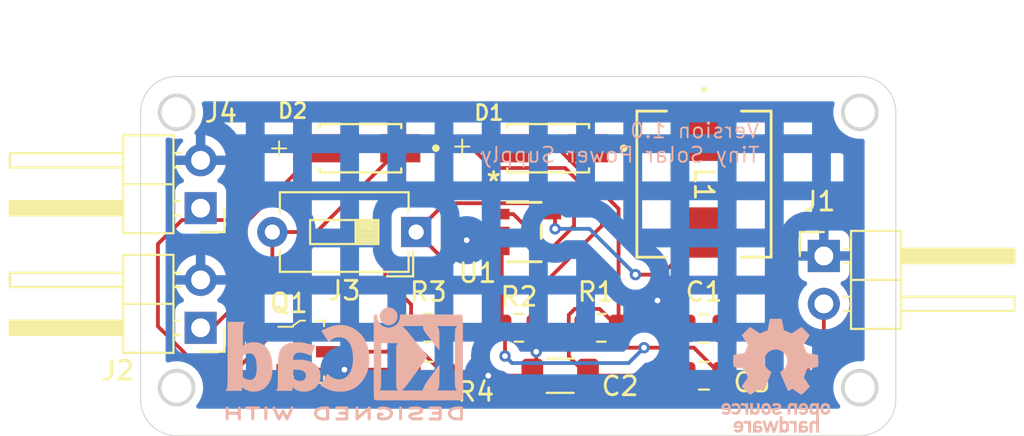
<source format=kicad_pcb>
(kicad_pcb (version 20240108) (generator "pcbnew") (generator_version "8.0")
  (layers (0 "F.Cu" signal) (31 "B.Cu" signal) (34 "B.Paste" user) (35 "F.Paste" user) (36 "B.SilkS" user "B.Silkscreen") (37 "F.SilkS" user "F.Silkscreen") (38 "B.Mask" user) (39 "F.Mask" user) (44 "Edge.Cuts" user))
  (net 0 "")
  (net 1 "Net-(J3-Pin_1)")
  (net 2 "GNDD")
  (net 3 "/OUT_P")
  (net 4 "Net-(U1-FB)")
  (net 5 "Net-(U1-SW)")
  (net 6 "/BAT_P")
  (net 7 "/SOLAR_P")
  (net 8 "Net-(Q1-D)")
  (footprint "Resistor_SMD:R_0805_2012Metric" (layer "F.Cu") (at 72.39 103.505 180)
    (property "Reference" "R3" (at 0 1.905 360) (layer "F.SilkS"))
    (property "Value" "10K")
    (pad "1" smd roundrect (at -0.9125 0 180) (size 1.025 1.4) (layers "F.Cu" "F.Paste" "F.Mask") (roundrect_rratio 0.243902) (net 1 "Net-(J3-Pin_1)"))
    (pad "2" smd roundrect (at 0.9125 0 180) (size 1.025 1.4) (layers "F.Cu" "F.Paste" "F.Mask") (roundrect_rratio 0.243902) (net 8 "Net-(Q1-D)"))
  )
  (footprint "Capacitor_SMD:C_0805_2012Metric" (layer "F.Cu") (at 86.995 106.045)
    (property "Reference" "C3" (at 2.54 0.355 0) (layer "F.SilkS"))
    (property "Value" "10 pF, 50V, X7R (0805)")
    (pad "1" smd roundrect (at -0.95 0) (size 1 1.45) (layers "F.Cu" "F.Paste" "F.Mask") (net 3 "/OUT_P"))
    (pad "2" smd roundrect (at 0.95 0) (size 1 1.45) (layers "F.Cu" "F.Paste" "F.Mask") (net 4 "Net-(U1-FB)"))
  )
  (footprint "Connector_PinHeader_2.54mm:PinHeader_1x02_P2.54mm_Horizontal" (layer "F.Cu") (at 60.325 97.16 180)
    (property "Reference" "J4" (at -1.075 5.06 360) (layer "F.SilkS"))
    (property "Value" "Conn_01x02_Pin")
    (pad "1" thru_hole rect (at 0 0 180) (size 1.7 1.7) (drill 1) (layers "*.Cu" "*.Mask") (net 7 "/SOLAR_P"))
    (pad "2" thru_hole oval (at 0 2.54 180) (size 1.7 1.7) (drill 1) (layers "*.Cu" "*.Mask") (net 2 "GNDD"))
  )
  (footprint "Connector_PinHeader_2.54mm:PinHeader_1x02_P2.54mm_Horizontal" (layer "F.Cu") (at 93.345 99.695)
    (property "Reference" "J1" (at -0.245 -2.895 0) (layer "F.SilkS"))
    (property "Value" "Conn_01x02_Pin")
    (pad "1" thru_hole rect (at 0 0) (size 1.7 1.7) (drill 1) (layers "*.Cu" "*.Mask") (net 2 "GNDD"))
    (pad "2" thru_hole oval (at 0 2.54) (size 1.7 1.7) (drill 1) (layers "*.Cu" "*.Mask") (net 3 "/OUT_P"))
  )
  (footprint "SS14:DIOM4325X250N" (layer "F.Cu") (at 68.79 93.98 180)
    (property "Reference" "D2" (at 3.59 1.98 360) (layer "F.SilkS") (effects (font (size 0.787402 0.787402))))
    (property "Value" "SS14")
    (pad "A" smd rect (at 2.115 0 180) (size 2.12 1.5) (layers "F.Cu" "F.Paste" "F.Mask") (net 7 "/SOLAR_P"))
    (pad "C" smd rect (at -2.115 0 180) (size 2.12 1.5) (layers "F.Cu" "F.Paste" "F.Mask") (net 6 "/BAT_P"))
  )
  (footprint "aspi:IND_ASPI-0630LR_ABR" (layer "F.Cu") (at 86.995 95.885 -90)
    (property "Reference" "L1" (at 0 0 -90) (layer "F.SilkS"))
    (property "Value" "ASPI-0630LR-100M-T15")
    (pad "1" smd rect (at -2.5654 0) (size 3.302 2.667) (layers "F.Cu" "F.Paste" "F.Mask") (net 5 "Net-(U1-SW)"))
    (pad "2" smd rect (at 2.5654 0) (size 3.302 2.667) (layers "F.Cu" "F.Paste" "F.Mask") (net 1 "Net-(J3-Pin_1)"))
  )
  (footprint "Capacitor_SMD:C_0805_2012Metric" (layer "F.Cu") (at 86.995 103.535 180)
    (property "Reference" "C1" (at 0 1.935 360) (layer "F.SilkS"))
    (property "Value" "4.7 uF, 50V, X7R (0806)")
    (pad "1" smd roundrect (at -0.95 0 180) (size 1 1.45) (layers "F.Cu" "F.Paste" "F.Mask") (net 1 "Net-(J3-Pin_1)"))
    (pad "2" smd roundrect (at 0.95 0 180) (size 1 1.45) (layers "F.Cu" "F.Paste" "F.Mask") (net 2 "GNDD"))
  )
  (footprint "Capacitor_SMD:C_1206_3216Metric" (layer "F.Cu") (at 79.375 106.045 180)
    (property "Reference" "C2" (at -3.175 -0.555 360) (layer "F.SilkS"))
    (property "Value" "22 uF, 10V, X7R (1206)")
    (pad "1" smd roundrect (at -1.475 0 180) (size 1.15 1.8) (layers "F.Cu" "F.Paste" "F.Mask") (roundrect_rratio 0.217391) (net 3 "/OUT_P"))
    (pad "2" smd roundrect (at 1.475 0 180) (size 1.15 1.8) (layers "F.Cu" "F.Paste" "F.Mask") (roundrect_rratio 0.217391) (net 2 "GNDD"))
  )
  (footprint "Resistor_SMD:R_0805_2012Metric" (layer "F.Cu") (at 81.5575 103.505 180)
    (property "Reference" "R1" (at 0.2775 1.905 360) (layer "F.SilkS"))
    (property "Value" "1 M")
    (pad "1" smd roundrect (at -0.9125 0 180) (size 1.025 1.4) (layers "F.Cu" "F.Paste" "F.Mask") (roundrect_rratio 0.243902) (net 3 "/OUT_P"))
    (pad "2" smd roundrect (at 0.9125 0 180) (size 1.025 1.4) (layers "F.Cu" "F.Paste" "F.Mask") (roundrect_rratio 0.243902) (net 4 "Net-(U1-FB)"))
  )
  (footprint "digikey-footprints:SOT-23-3" (layer "F.Cu") (at 66.04 104.775)
    (property "Reference" "Q1" (at -1.04 -2.575 360) (layer "F.SilkS"))
    (property "Value" "2N7002")
    (pad "1" smd rect (at -1.05 -0.95) (size 1.3 0.6) (layers "F.Cu" "F.Paste" "F.Mask") (net 7 "/SOLAR_P"))
    (pad "2" smd rect (at -1.05 0.95) (size 1.3 0.6) (layers "F.Cu" "F.Paste" "F.Mask") (net 2 "GNDD"))
    (pad "3" smd rect (at 1.05 0) (size 1.3 0.6) (layers "F.Cu" "F.Paste" "F.Mask") (net 8 "Net-(Q1-D)"))
  )
  (footprint "Connector_PinHeader_2.54mm:PinHeader_1x02_P2.54mm_Horizontal" (layer "F.Cu") (at 60.325 103.505 180)
    (property "Reference" "J2" (at 4.385 -2.27 360) (layer "F.SilkS"))
    (property "Value" "Conn_01x02_Pin")
    (pad "1" thru_hole rect (at 0 0 180) (size 1.7 1.7) (drill 1) (layers "*.Cu" "*.Mask") (net 6 "/BAT_P"))
    (pad "2" thru_hole oval (at 0 2.54 180) (size 1.7 1.7) (drill 1) (layers "*.Cu" "*.Mask") (net 2 "GNDD"))
  )
  (footprint "Resistor_SMD:R_0805_2012Metric" (layer "F.Cu") (at 77.1925 103.505)
    (property "Reference" "R2" (at 0 -1.65 360) (layer "F.SilkS"))
    (property "Value" "604K , 1%")
    (pad "1" smd roundrect (at -0.9125 0) (size 1.025 1.4) (layers "F.Cu" "F.Paste" "F.Mask") (roundrect_rratio 0.243902) (net 4 "Net-(U1-FB)"))
    (pad "2" smd roundrect (at 0.9125 0) (size 1.025 1.4) (layers "F.Cu" "F.Paste" "F.Mask") (roundrect_rratio 0.243902) (net 2 "GNDD"))
  )
  (footprint "Resistor_SMD:R_0805_2012Metric" (layer "F.Cu") (at 72.39 106.045)
    (property "Reference" "R4" (at 2.51 0.855 360) (layer "F.SilkS"))
    (property "Value" "1 M")
    (pad "1" smd roundrect (at -0.9125 0) (size 1.025 1.4) (layers "F.Cu" "F.Paste" "F.Mask") (roundrect_rratio 0.243902) (net 7 "/SOLAR_P"))
    (pad "2" smd roundrect (at 0.9125 0) (size 1.025 1.4) (layers "F.Cu" "F.Paste" "F.Mask") (roundrect_rratio 0.243902) (net 2 "GNDD"))
  )
  (footprint "SS14:DIOM4325X250N" (layer "F.Cu") (at 78.74 93.98 180)
    (property "Reference" "D1" (at 3.14 1.88 360) (layer "F.SilkS") (effects (font (size 0.787402 0.787402))))
    (property "Value" "SS14")
    (pad "A" smd rect (at 2.115 0 180) (size 2.12 1.5) (layers "F.Cu" "F.Paste" "F.Mask") (net 5 "Net-(U1-SW)"))
    (pad "C" smd rect (at -2.115 0 180) (size 2.12 1.5) (layers "F.Cu" "F.Paste" "F.Mask") (net 3 "/OUT_P"))
  )
  (footprint "Button_Switch_THT:SW_DIP_SPSTx01_Slide_6.7x4.1mm_W7.62mm_P2.54mm_LowProfile" (layer "F.Cu") (at 71.745 98.425 180)
    (property "Reference" "J3" (at 3.81 -3.11 360) (layer "F.SilkS"))
    (property "Value" "Conn_01x02_Pin")
    (pad "1" thru_hole rect (at 0 0 180) (size 1.6 1.6) (drill 0.8) (layers "*.Cu" "*.Mask") (net 1 "Net-(J3-Pin_1)"))
    (pad "2" thru_hole oval (at 7.62 0 180) (size 1.6 1.6) (drill 0.8) (layers "*.Cu" "*.Mask") (net 6 "/BAT_P"))
  )
  (footprint "ktr:SOT23-5_1P55X2P9_DIO" (layer "F.Cu") (at 77.47 98.425)
    (property "Reference" "U1" (at -2.47 2.175 0) (layer "F.SilkS"))
    (property "Value" "AP3015AKTR-G1")
    (fp_text user "*" (at -1.61925 -2.6518 0) (layer "F.SilkS"))
    (fp_text user "*" (at -1.61925 -2.6518 0) (layer "F.SilkS"))
    (pad "1" smd rect (at -1.36525 -0.950001) (size 1.1811 0.5588) (layers "F.Cu" "F.Paste" "F.Mask") (net 5 "Net-(U1-SW)"))
    (pad "2" smd rect (at -1.36525 0) (size 1.1811 0.5588) (layers "F.Cu" "F.Paste" "F.Mask") (net 2 "GNDD"))
    (pad "3" smd rect (at -1.36525 0.950001) (size 1.1811 0.5588) (layers "F.Cu" "F.Paste" "F.Mask") (net 4 "Net-(U1-FB)"))
    (pad "4" smd rect (at 1.36525 0.950001) (size 1.1811 0.5588) (layers "F.Cu" "F.Paste" "F.Mask") (net 8 "Net-(Q1-D)"))
    (pad "5" smd rect (at 1.36525 -0.950001) (size 1.1811 0.5588) (layers "F.Cu" "F.Paste" "F.Mask") (net 1 "Net-(J3-Pin_1)"))
  )
  (footprint "Symbol:KiCad-Logo2_5mm_SilkScreen" (layer "B.Cu") (at 67.945 105.41 180)
    (property "Reference" "REF**" (hide yes))
    (property "Value" "KiCad-Logo2_5mm_SilkScreen" (hide yes))
  )
  (footprint "Symbol:OSHW-Logo_5.7x6mm_SilkScreen" (layer "B.Cu") (at 90.805 106.045 180)
    (property "Reference" "REF**" (hide yes))
    (property "Value" "OSHW-Logo_5.7x6mm_SilkScreen" (hide yes))
  )
  (gr_circle (center 95.25 106.68) (end 96.148026 106.68) (stroke (width 0.2)) (fill none) (layer "Edge.Cuts"))
  (gr_arc (start 97.155 107.315) (mid 96.597038 108.662038) (end 95.25 109.22) (stroke (width 0.05)) (layer "Edge.Cuts"))
  (gr_line (start 97.159367 92.079368) (end 97.159367 107.315) (stroke (width 0.05)) (layer "Edge.Cuts"))
  (gr_arc (start 59.055 109.222825) (mid 57.704966 108.663038) (end 57.147177 107.312177) (stroke (width 0.05)) (layer "Edge.Cuts"))
  (gr_circle (center 59.055 92.075) (end 59.953026 92.075) (stroke (width 0.2)) (fill none) (layer "Edge.Cuts"))
  (gr_circle (center 95.25 92.075) (end 96.148026 92.075) (stroke (width 0.2)) (fill none) (layer "Edge.Cuts"))
  (gr_line (start 59.055 90.17) (end 95.25 90.17) (stroke (width 0.05)) (layer "Edge.Cuts"))
  (gr_line (start 59.055 109.22) (end 95.25 109.22) (stroke (width 0.05)) (layer "Edge.Cuts"))
  (gr_circle (center 59.055 106.68) (end 59.953026 106.68) (stroke (width 0.2)) (fill none) (layer "Edge.Cuts"))
  (gr_arc (start 95.25 90.165628) (mid 96.601673 90.726415) (end 97.159367 92.079368) (stroke (width 0.05)) (layer "Edge.Cuts"))
  (gr_arc (start 57.15 92.075) (mid 57.707962 90.727962) (end 59.055 90.17) (stroke (width 0.05)) (layer "Edge.Cuts"))
  (gr_line (start 57.147177 92.072177) (end 57.147177 107.312177) (stroke (width 0.05)) (layer "Edge.Cuts"))
  (gr_text "Version 1.0\nTiny Solar Power Supply" (at 90 94.8 0) (layer "B.SilkS") (effects (font (size 0.8 0.8) (thickness 0.1)) (justify left bottom mirror)))
  (gr_text "+\n" (at 63.8 94.5 0) (layer "F.SilkS") (effects (font (size 1 1) (thickness 0.1)) (justify left bottom)))
  (gr_text "+\n" (at 73.5 94.4 0) (layer "F.SilkS") (effects (font (size 1 1) (thickness 0.1)) (justify left bottom)))
  (segment (start 73.274401 96.895599) (end 78.25585 96.895599) (width 0.2) (layer "F.Cu") (net 1))
  (segment (start 87.945 99.4004) (end 86.995 98.4504) (width 0.2) (layer "F.Cu") (net 1))
  (segment (start 79.105061 97.74481) (end 78.83525 97.474999) (width 0.2) (layer "F.Cu") (net 1))
  (segment (start 73.3025 99.9825) (end 73.3025 103.505) (width 0.2) (layer "F.Cu") (net 1))
  (segment (start 86.995 98.4504) (end 84.7598 100.6856) (width 0.2) (layer "F.Cu") (net 1))
  (segment (start 84.7598 100.6856) (end 83.3628 100.6856) (width 0.2) (layer "F.Cu") (net 1))
  (segment (start 87.945 103.535) (end 87.945 99.4004) (width 0.2) (layer "F.Cu") (net 1))
  (segment (start 71.745 98.425) (end 73.3025 99.9825) (width 0.2) (layer "F.Cu") (net 1))
  (segment (start 78.25585 96.895599) (end 78.83525 97.474999) (width 0.2) (layer "F.Cu") (net 1))
  (segment (start 71.745 98.425) (end 73.274401 96.895599) (width 0.2) (layer "F.Cu") (net 1))
  (segment (start 79.105061 98.256661) (end 79.105061 97.74481) (width 0.2) (layer "F.Cu") (net 1))
  (via (at 79.105061 98.256661) (size 0.6) (drill 0.3) (layers "F.Cu" "B.Cu") (net 1))
  (via (at 83.3628 100.6856) (size 0.6) (drill 0.3) (layers "F.Cu" "B.Cu") (net 1))
  (segment (start 80.933861 98.256661) (end 79.105061 98.256661) (width 0.2) (layer "B.Cu") (net 1))
  (segment (start 83.3628 100.6856) (end 80.933861 98.256661) (width 0.2) (layer "B.Cu") (net 1))
  (segment (start 76.10475 98.425) (end 74.8538 98.425) (width 0.2) (layer "F.Cu") (net 2))
  (segment (start 71.2216 104.7496) (end 72.0071 104.7496) (width 0.2) (layer "F.Cu") (net 2))
  (segment (start 74.8538 98.425) (end 74.422 98.8568) (width 0.2) (layer "F.Cu") (net 2))
  (segment (start 70.2462 105.725) (end 71.2216 104.7496) (width 0.2) (layer "F.Cu") (net 2))
  (segment (start 75.565 106.045) (end 73.3025 106.045) (width 0.2) (layer "F.Cu") (net 2))
  (segment (start 67.945 105.725) (end 70.2462 105.725) (width 0.2) (layer "F.Cu") (net 2))
  (segment (start 78.105 103.505) (end 78.105 104.775) (width 0.2) (layer "F.Cu") (net 2))
  (segment (start 78.105 105.84) (end 77.9 106.045) (width 0.2) (layer "F.Cu") (net 2))
  (segment (start 84.5672 102.0572) (end 84.5312 102.0572) (width 0.2) (layer "F.Cu") (net 2))
  (segment (start 77.9 106.045) (end 75.565 106.045) (width 0.2) (layer "F.Cu") (net 2))
  (segment (start 78.105 104.775) (end 78.105 105.84) (width 0.2) (layer "F.Cu") (net 2))
  (segment (start 72.0071 104.7496) (end 73.3025 106.045) (width 0.2) (layer "F.Cu") (net 2))
  (segment (start 86.045 103.535) (end 84.5672 102.0572) (width 0.2) (layer "F.Cu") (net 2))
  (segment (start 64.99 105.725) (end 67.945 105.725) (width 0.2) (layer "F.Cu") (net 2))
  (via (at 74.422 98.8568) (size 0.6) (drill 0.3) (layers "F.Cu" "B.Cu") (net 2))
  (via (at 67.945 105.725) (size 0.6) (drill 0.3) (layers "F.Cu" "B.Cu") (net 2))
  (via (at 75.565 106.045) (size 0.6) (drill 0.3) (layers "F.Cu" "B.Cu") (net 2))
  (via (at 78.105 104.775) (size 0.6) (drill 0.3) (layers "F.Cu" "B.Cu") (net 2))
  (via (at 84.5312 102.0572) (size 0.6) (drill 0.3) (layers "F.Cu" "B.Cu") (net 2))
  (segment (start 79.8325 102.820256) (end 80.147756 102.505) (width 0.2) (layer "F.Cu") (net 3))
  (segment (start 80.85 106.045) (end 79.8325 105.0275) (width 0.2) (layer "F.Cu") (net 3))
  (segment (start 78.95 93.98) (end 79.26 93.98) (width 0.2) (layer "F.Cu") (net 3))
  (segment (start 93.3704 104.8004) (end 93.345 104.775) (width 0.2) (layer "F.Cu") (net 3))
  (segment (start 91.1008 107.07) (end 93.3704 104.8004) (width 0.2) (layer "F.Cu") (net 3))
  (segment (start 81.47 102.505) (end 82.47 103.505) (width 0.2) (layer "F.Cu") (net 3))
  (segment (start 80.147756 102.505) (end 81.47 102.505) (width 0.2) (layer "F.Cu") (net 3))
  (segment (start 82.47 97.19) (end 82.47 103.505) (width 0.2) (layer "F.Cu") (net 3))
  (segment (start 86.045 106.045) (end 87.07 107.07) (width 0.2) (layer "F.Cu") (net 3))
  (segment (start 79.26 93.98) (end 82.47 97.19) (width 0.2) (layer "F.Cu") (net 3))
  (segment (start 80.85 106.045) (end 86.045 106.045) (width 0.2) (layer "F.Cu") (net 3))
  (segment (start 79.8325 105.0275) (end 79.8325 102.820256) (width 0.2) (layer "F.Cu") (net 3))
  (segment (start 93.345 104.775) (end 93.345 102.235) (width 0.2) (layer "F.Cu") (net 3))
  (segment (start 87.07 107.07) (end 91.1008 107.07) (width 0.2) (layer "F.Cu") (net 3))
  (segment (start 81.7 104.56) (end 80.645 103.505) (width 0.2) (layer "F.Cu") (net 4))
  (segment (start 76.454 105.0036) (end 76.454 103.679) (width 0.2) (layer "F.Cu") (net 4))
  (segment (start 83.82 104.56) (end 81.7 104.56) (width 0.2) (layer "F.Cu") (net 4))
  (segment (start 86.46 104.56) (end 83.82 104.56) (width 0.2) (layer "F.Cu") (net 4))
  (segment (start 76.28 99.550251) (end 76.10475 99.375001) (width 0.2) (layer "F.Cu") (net 4))
  (segment (start 87.945 106.045) (end 86.46 104.56) (width 0.2) (layer "F.Cu") (net 4))
  (segment (start 76.28 103.505) (end 76.28 99.550251) (width 0.2) (layer "F.Cu") (net 4))
  (segment (start 76.454 103.679) (end 76.28 103.505) (width 0.2) (layer "F.Cu") (net 4))
  (via (at 83.82 104.56) (size 0.6) (drill 0.3) (layers "F.Cu" "B.Cu") (net 4))
  (via (at 76.454 105.0036) (size 0.6) (drill 0.3) (layers "F.Cu" "B.Cu") (net 4))
  (segment (start 76.8254 105.375) (end 76.454 105.0036) (width 0.2) (layer "B.Cu") (net 4))
  (segment (start 83.82 104.56) (end 83.005 105.375) (width 0.2) (layer "B.Cu") (net 4))
  (segment (start 83.005 105.375) (end 76.8254 105.375) (width 0.2) (layer "B.Cu") (net 4))
  (segment (start 77.9447 98.524399) (end 77.9447 100.9571) (width 0.2) (layer "F.Cu") (net 5))
  (segment (start 77.9447 100.9571) (end 77.978 100.9904) (width 0.2) (layer "F.Cu") (net 5))
  (segment (start 81.5848 98.095401) (end 81.5848 96.9772) (width 0.2) (layer "F.Cu") (net 5))
  (segment (start 81.5848 96.9772) (end 79.6376 95.03) (width 0.2) (layer "F.Cu") (net 5))
  (segment (start 76.6107 92.0893) (end 74.72 93.98) (width 0.2) (layer "F.Cu") (net 5))
  (segment (start 77.978 100.9904) (end 78.689801 100.9904) (width 0.2) (layer "F.Cu") (net 5))
  (segment (start 76.10475 97.474999) (end 76.8953 97.474999) (width 0.2) (layer "F.Cu") (net 5))
  (segment (start 86.995 93.3196) (end 85.7647 92.0893) (width 0.2) (layer "F.Cu") (net 5))
  (segment (start 75.77 95.03) (end 74.72 93.98) (width 0.2) (layer "F.Cu") (net 5))
  (segment (start 79.6376 95.03) (end 75.77 95.03) (width 0.2) (layer "F.Cu") (net 5))
  (segment (start 78.689801 100.9904) (end 81.5848 98.095401) (width 0.2) (layer "F.Cu") (net 5))
  (segment (start 85.7647 92.0893) (end 76.6107 92.0893) (width 0.2) (layer "F.Cu") (net 5))
  (segment (start 76.8953 97.474999) (end 77.9447 98.524399) (width 0.2) (layer "F.Cu") (net 5))
  (segment (start 66.46 98.425) (end 70.905 93.98) (width 0.2) (layer "F.Cu") (net 6))
  (segment (start 64.125 100.34) (end 64.125 98.425) (width 0.2) (layer "F.Cu") (net 6))
  (segment (start 64.125 98.425) (end 66.46 98.425) (width 0.2) (layer "F.Cu") (net 6))
  (segment (start 60.325 104.14) (end 64.125 100.34) (width 0.2) (layer "F.Cu") (net 6))
  (segment (start 60.96 106.3244) (end 58.0644 103.4288) (width 0.2) (layer "F.Cu") (net 7))
  (segment (start 71.4775 106.045) (end 69.9281 107.5944) (width 0.2) (layer "F.Cu") (net 7))
  (segment (start 58.0644 99.06) (end 59.3344 97.79) (width 0.2) (layer "F.Cu") (net 7))
  (segment (start 64.99 103.825) (end 64.1198 103.825) (width 0.2) (layer "F.Cu") (net 7))
  (segment (start 61.6204 106.3244) (end 60.96 106.3244) (width 0.2) (layer "F.Cu") (net 7))
  (segment (start 69.9281 107.5944) (end 62.8904 107.5944) (width 0.2) (layer "F.Cu") (net 7))
  (segment (start 62.8904 107.5944) (end 61.6204 106.3244) (width 0.2) (layer "F.Cu") (net 7))
  (segment (start 64.1198 103.825) (end 61.6204 106.3244) (width 0.2) (layer "F.Cu") (net 7))
  (segment (start 59.3344 97.79) (end 62.865 97.79) (width 0.2) (layer "F.Cu") (net 7))
  (segment (start 58.0644 103.4288) (end 58.0644 99.06) (width 0.2) (layer "F.Cu") (net 7))
  (segment (start 62.865 97.79) (end 66.675 93.98) (width 0.2) (layer "F.Cu") (net 7))
  (segment (start 70.104 97.0788) (end 70.9168 96.266) (width 0.2) (layer "F.Cu") (net 8))
  (segment (start 80.1116 98.098651) (end 78.83525 99.375001) (width 0.2) (layer "F.Cu") (net 8))
  (segment (start 80.1116 96.266) (end 80.1116 98.098651) (width 0.2) (layer "F.Cu") (net 8))
  (segment (start 70.104 100.8888) (end 70.104 97.0788) (width 0.2) (layer "F.Cu") (net 8))
  (segment (start 70.9168 96.266) (end 80.1116 96.266) (width 0.2) (layer "F.Cu") (net 8))
  (segment (start 71.4775 102.2623) (end 70.104 100.8888) (width 0.2) (layer "F.Cu") (net 8))
  (segment (start 70.2075 104.775) (end 71.4775 103.505) (width 0.2) (layer "F.Cu") (net 8))
  (segment (start 67.09 104.775) (end 70.2075 104.775) (width 0.2) (layer "F.Cu") (net 8))
  (segment (start 71.4775 103.505) (end 71.4775 102.2623) (width 0.2) (layer "F.Cu") (net 8))
  (zone (net 2) (net_name "GNDD") (layer "B.Cu") (name "GNDD") (connect_pads (clearance 0.5)) (min_thickness 0.25) (fill yes (mode hatch) (thermal_gap 0.5) (thermal_bridge_width 0.5) (hatch_thickness 1) (hatch_gap 1.5) (hatch_orientation 0) (hatch_border_algorithm hatch_thickness) (hatch_min_hole_area 0.3))
    (polygon (pts (xy 95.3516 91.4908) (xy 58.5216 91.4908) (xy 58.4708 91.5416) (xy 58.4708 107.7976) (xy 95.25 107.7976) (xy 95.504 107.5436) (xy 95.504 91.6432)))
  )
)
</source>
